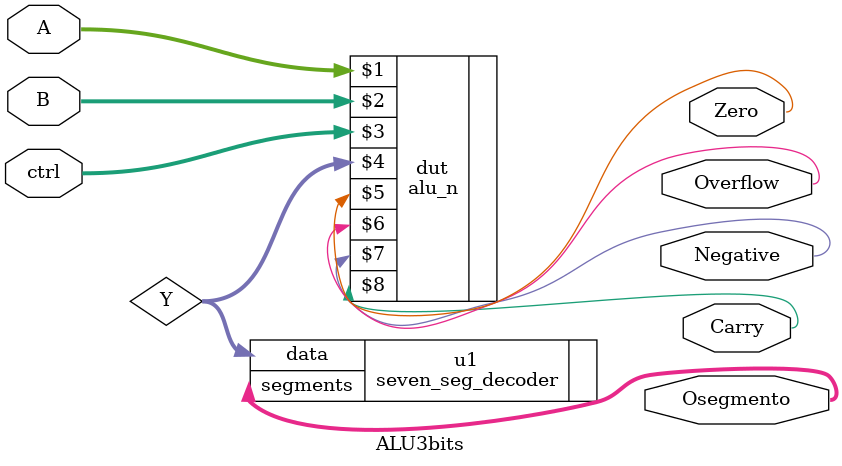
<source format=sv>
module ALU3bits(

input logic [2:0] A,B,
input logic [3:0] ctrl,
output logic Zero, Overflow, Negative, Carry,
output logic [6:0] Osegmento
);

logic[2:0] Y;
alu_n #(2) dut(A, B, ctrl, Y, Zero, Overflow, Negative, Carry);
seven_seg_decoder u1 (.data(Y), .segments(Osegmento));

endmodule
</source>
